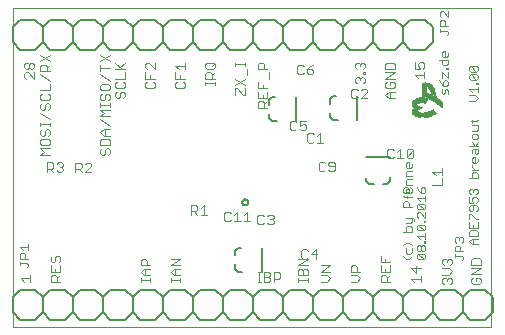
<source format=gto>
G75*
%MOIN*%
%OFA0B0*%
%FSLAX25Y25*%
%IPPOS*%
%LPD*%
%AMOC8*
5,1,8,0,0,1.08239X$1,22.5*
%
%ADD10C,0.00000*%
%ADD11C,0.00300*%
%ADD12R,0.00100X0.02100*%
%ADD13R,0.00100X0.02200*%
%ADD14R,0.00100X0.00100*%
%ADD15R,0.00100X0.02000*%
%ADD16R,0.00100X0.00300*%
%ADD17R,0.00100X0.00400*%
%ADD18R,0.00100X0.00800*%
%ADD19R,0.00100X0.00500*%
%ADD20R,0.00100X0.01300*%
%ADD21R,0.00100X0.00700*%
%ADD22R,0.00100X0.01600*%
%ADD23R,0.00100X0.00900*%
%ADD24R,0.00100X0.01900*%
%ADD25R,0.00100X0.01100*%
%ADD26R,0.00100X0.02400*%
%ADD27R,0.00100X0.01500*%
%ADD28R,0.00100X0.02600*%
%ADD29R,0.00100X0.02700*%
%ADD30R,0.00100X0.02800*%
%ADD31R,0.00100X0.02900*%
%ADD32R,0.00100X0.03000*%
%ADD33R,0.00100X0.03100*%
%ADD34R,0.00100X0.03200*%
%ADD35R,0.00100X0.01800*%
%ADD36R,0.00100X0.01700*%
%ADD37R,0.00100X0.00200*%
%ADD38R,0.00100X0.01000*%
%ADD39R,0.00100X0.01400*%
%ADD40R,0.00100X0.05100*%
%ADD41R,0.00100X0.05000*%
%ADD42R,0.00100X0.04900*%
%ADD43R,0.00100X0.04800*%
%ADD44R,0.00100X0.04700*%
%ADD45R,0.00100X0.04600*%
%ADD46R,0.00100X0.00600*%
%ADD47R,0.00100X0.01200*%
%ADD48R,0.00100X0.06000*%
%ADD49R,0.00100X0.05900*%
%ADD50R,0.00100X0.05800*%
%ADD51R,0.00100X0.05700*%
%ADD52R,0.00100X0.05600*%
%ADD53R,0.00100X0.05500*%
%ADD54R,0.00100X0.05400*%
%ADD55R,0.00100X0.02500*%
%ADD56R,0.00100X0.02300*%
%ADD57C,0.00200*%
%ADD58C,0.00500*%
%ADD59C,0.00600*%
D10*
X0001600Y0001600D02*
X0161049Y0001600D01*
X0161049Y0107899D01*
X0001600Y0107899D01*
X0001600Y0001600D01*
D11*
X0005215Y0016750D02*
X0004147Y0017818D01*
X0007350Y0017818D01*
X0007350Y0018885D02*
X0007350Y0016750D01*
X0006266Y0021450D02*
X0006750Y0021934D01*
X0006750Y0022417D01*
X0006266Y0022901D01*
X0003848Y0022901D01*
X0003848Y0022417D02*
X0003848Y0023385D01*
X0003848Y0024397D02*
X0003848Y0025848D01*
X0004331Y0026331D01*
X0005299Y0026331D01*
X0005783Y0025848D01*
X0005783Y0024397D01*
X0006750Y0024397D02*
X0003848Y0024397D01*
X0004815Y0027343D02*
X0003848Y0028311D01*
X0006750Y0028311D01*
X0006750Y0029278D02*
X0006750Y0027343D01*
X0014147Y0024797D02*
X0014147Y0023729D01*
X0014681Y0023195D01*
X0015215Y0023195D01*
X0015749Y0023729D01*
X0015749Y0024797D01*
X0016282Y0025331D01*
X0016816Y0025331D01*
X0017350Y0024797D01*
X0017350Y0023729D01*
X0016816Y0023195D01*
X0017350Y0022108D02*
X0017350Y0019973D01*
X0014147Y0019973D01*
X0014147Y0022108D01*
X0015749Y0021040D02*
X0015749Y0019973D01*
X0015749Y0018885D02*
X0014681Y0018885D01*
X0014147Y0018351D01*
X0014147Y0016750D01*
X0017350Y0016750D01*
X0016282Y0016750D02*
X0016282Y0018351D01*
X0015749Y0018885D01*
X0016282Y0017818D02*
X0017350Y0018885D01*
X0014147Y0024797D02*
X0014681Y0025331D01*
X0044147Y0023723D02*
X0044147Y0022121D01*
X0047350Y0022121D01*
X0046282Y0022121D02*
X0046282Y0023723D01*
X0045749Y0024256D01*
X0044681Y0024256D01*
X0044147Y0023723D01*
X0045215Y0021034D02*
X0044147Y0019966D01*
X0045215Y0018898D01*
X0047350Y0018898D01*
X0047350Y0017818D02*
X0047350Y0016750D01*
X0047350Y0017284D02*
X0044147Y0017284D01*
X0044147Y0016750D02*
X0044147Y0017818D01*
X0045749Y0018898D02*
X0045749Y0021034D01*
X0045215Y0021034D02*
X0047350Y0021034D01*
X0054147Y0019966D02*
X0055215Y0018898D01*
X0057350Y0018898D01*
X0057350Y0017818D02*
X0057350Y0016750D01*
X0057350Y0017284D02*
X0054147Y0017284D01*
X0054147Y0016750D02*
X0054147Y0017818D01*
X0055749Y0018898D02*
X0055749Y0021034D01*
X0055215Y0021034D02*
X0057350Y0021034D01*
X0057350Y0022121D02*
X0054147Y0022121D01*
X0057350Y0024256D01*
X0054147Y0024256D01*
X0055215Y0021034D02*
X0054147Y0019966D01*
X0072113Y0037329D02*
X0072647Y0036795D01*
X0073714Y0036795D01*
X0074248Y0037329D01*
X0075336Y0036795D02*
X0077471Y0036795D01*
X0076403Y0036795D02*
X0076403Y0039998D01*
X0075336Y0038930D01*
X0074248Y0039464D02*
X0073714Y0039998D01*
X0072647Y0039998D01*
X0072113Y0039464D01*
X0072113Y0037329D01*
X0066262Y0039050D02*
X0064127Y0039050D01*
X0065195Y0039050D02*
X0065195Y0042253D01*
X0064127Y0041185D01*
X0063040Y0040651D02*
X0062506Y0040118D01*
X0060905Y0040118D01*
X0061972Y0040118D02*
X0063040Y0039050D01*
X0063040Y0040651D02*
X0063040Y0041719D01*
X0062506Y0042253D01*
X0060905Y0042253D01*
X0060905Y0039050D01*
X0078558Y0038930D02*
X0079626Y0039998D01*
X0079626Y0036795D01*
X0078558Y0036795D02*
X0080694Y0036795D01*
X0083105Y0036434D02*
X0083105Y0038569D01*
X0083638Y0039103D01*
X0084706Y0039103D01*
X0085240Y0038569D01*
X0086327Y0038569D02*
X0086861Y0039103D01*
X0087929Y0039103D01*
X0088462Y0038569D01*
X0088462Y0038035D01*
X0087929Y0037501D01*
X0088462Y0036968D01*
X0088462Y0036434D01*
X0087929Y0035900D01*
X0086861Y0035900D01*
X0086327Y0036434D01*
X0085240Y0036434D02*
X0084706Y0035900D01*
X0083638Y0035900D01*
X0083105Y0036434D01*
X0087395Y0037501D02*
X0087929Y0037501D01*
X0098284Y0027603D02*
X0097750Y0027069D01*
X0097750Y0024934D01*
X0098284Y0024400D01*
X0099351Y0024400D01*
X0099885Y0024934D01*
X0099850Y0024256D02*
X0096647Y0024256D01*
X0096647Y0022121D02*
X0099850Y0024256D01*
X0100973Y0026001D02*
X0103108Y0026001D01*
X0102574Y0024400D02*
X0102574Y0027603D01*
X0100973Y0026001D01*
X0099885Y0027069D02*
X0099351Y0027603D01*
X0098284Y0027603D01*
X0099850Y0022121D02*
X0096647Y0022121D01*
X0097181Y0021034D02*
X0097715Y0021034D01*
X0098249Y0020500D01*
X0098249Y0018898D01*
X0099850Y0018898D02*
X0099850Y0020500D01*
X0099316Y0021034D01*
X0098782Y0021034D01*
X0098249Y0020500D01*
X0097181Y0021034D02*
X0096647Y0020500D01*
X0096647Y0018898D01*
X0099850Y0018898D01*
X0099850Y0017818D02*
X0099850Y0016750D01*
X0099850Y0017284D02*
X0096647Y0017284D01*
X0096647Y0016750D02*
X0096647Y0017818D01*
X0090662Y0018251D02*
X0090129Y0017718D01*
X0088527Y0017718D01*
X0088527Y0016650D02*
X0088527Y0019853D01*
X0090129Y0019853D01*
X0090662Y0019319D01*
X0090662Y0018251D01*
X0087440Y0017718D02*
X0087440Y0017184D01*
X0086906Y0016650D01*
X0085304Y0016650D01*
X0085304Y0019853D01*
X0086906Y0019853D01*
X0087440Y0019319D01*
X0087440Y0018785D01*
X0086906Y0018251D01*
X0085304Y0018251D01*
X0086906Y0018251D02*
X0087440Y0017718D01*
X0084224Y0016650D02*
X0083156Y0016650D01*
X0083690Y0016650D02*
X0083690Y0019853D01*
X0083156Y0019853D02*
X0084224Y0019853D01*
X0104147Y0019973D02*
X0107350Y0022108D01*
X0104147Y0022108D01*
X0104147Y0019973D02*
X0107350Y0019973D01*
X0106282Y0018885D02*
X0104147Y0018885D01*
X0106282Y0018885D02*
X0107350Y0017818D01*
X0106282Y0016750D01*
X0104147Y0016750D01*
X0114147Y0016750D02*
X0116282Y0016750D01*
X0117350Y0017818D01*
X0116282Y0018885D01*
X0114147Y0018885D01*
X0114147Y0019973D02*
X0114147Y0021574D01*
X0114681Y0022108D01*
X0115749Y0022108D01*
X0116282Y0021574D01*
X0116282Y0019973D01*
X0117350Y0019973D02*
X0114147Y0019973D01*
X0124147Y0019973D02*
X0127350Y0019973D01*
X0127350Y0022108D01*
X0127350Y0023195D02*
X0124147Y0023195D01*
X0124147Y0025331D01*
X0125749Y0024263D02*
X0125749Y0023195D01*
X0124147Y0022108D02*
X0124147Y0019973D01*
X0124681Y0018885D02*
X0125749Y0018885D01*
X0126282Y0018351D01*
X0126282Y0016750D01*
X0126282Y0017818D02*
X0127350Y0018885D01*
X0125749Y0019973D02*
X0125749Y0021040D01*
X0124681Y0018885D02*
X0124147Y0018351D01*
X0124147Y0016750D01*
X0127350Y0016750D01*
X0134347Y0017518D02*
X0137550Y0017518D01*
X0137550Y0018585D02*
X0137550Y0016450D01*
X0135415Y0016450D02*
X0134347Y0017518D01*
X0135949Y0019673D02*
X0135949Y0021808D01*
X0137550Y0021274D02*
X0134347Y0021274D01*
X0135949Y0019673D01*
X0144747Y0019073D02*
X0146882Y0019073D01*
X0147950Y0020140D01*
X0146882Y0021208D01*
X0144747Y0021208D01*
X0145281Y0022295D02*
X0144747Y0022829D01*
X0144747Y0023897D01*
X0145281Y0024431D01*
X0145815Y0024431D01*
X0146349Y0023897D01*
X0146882Y0024431D01*
X0147416Y0024431D01*
X0147950Y0023897D01*
X0147950Y0022829D01*
X0147416Y0022295D01*
X0146349Y0023363D02*
X0146349Y0023897D01*
X0148848Y0024817D02*
X0148848Y0025785D01*
X0148848Y0025301D02*
X0151266Y0025301D01*
X0151750Y0024817D01*
X0151750Y0024334D01*
X0151266Y0023850D01*
X0150783Y0026797D02*
X0150783Y0028248D01*
X0150299Y0028731D01*
X0149331Y0028731D01*
X0148848Y0028248D01*
X0148848Y0026797D01*
X0151750Y0026797D01*
X0151266Y0029743D02*
X0151750Y0030227D01*
X0151750Y0031194D01*
X0151266Y0031678D01*
X0150783Y0031678D01*
X0150299Y0031194D01*
X0150299Y0030711D01*
X0150299Y0031194D02*
X0149815Y0031678D01*
X0149331Y0031678D01*
X0148848Y0031194D01*
X0148848Y0030227D01*
X0149331Y0029743D01*
X0154881Y0024531D02*
X0154347Y0023997D01*
X0154347Y0022395D01*
X0157550Y0022395D01*
X0157550Y0023997D01*
X0157016Y0024531D01*
X0154881Y0024531D01*
X0154347Y0021308D02*
X0157550Y0021308D01*
X0154347Y0019173D01*
X0157550Y0019173D01*
X0157016Y0018085D02*
X0155949Y0018085D01*
X0155949Y0017018D01*
X0157016Y0018085D02*
X0157550Y0017551D01*
X0157550Y0016484D01*
X0157016Y0015950D01*
X0154881Y0015950D01*
X0154347Y0016484D01*
X0154347Y0017551D01*
X0154881Y0018085D01*
X0147950Y0017451D02*
X0147950Y0016384D01*
X0147416Y0015850D01*
X0146349Y0016918D02*
X0146349Y0017451D01*
X0146882Y0017985D01*
X0147416Y0017985D01*
X0147950Y0017451D01*
X0146349Y0017451D02*
X0145815Y0017985D01*
X0145281Y0017985D01*
X0144747Y0017451D01*
X0144747Y0016384D01*
X0145281Y0015850D01*
X0144600Y0049105D02*
X0141397Y0049105D01*
X0144600Y0049105D02*
X0144600Y0051240D01*
X0144600Y0052327D02*
X0144600Y0054462D01*
X0144600Y0053395D02*
X0141397Y0053395D01*
X0142465Y0052327D01*
X0134997Y0058384D02*
X0134463Y0057850D01*
X0133395Y0057850D01*
X0132861Y0058384D01*
X0134997Y0060519D01*
X0134997Y0058384D01*
X0134997Y0060519D02*
X0134463Y0061053D01*
X0133395Y0061053D01*
X0132861Y0060519D01*
X0132861Y0058384D01*
X0131774Y0057850D02*
X0129639Y0057850D01*
X0130706Y0057850D02*
X0130706Y0061053D01*
X0129639Y0059985D01*
X0128551Y0060519D02*
X0128017Y0061053D01*
X0126950Y0061053D01*
X0126416Y0060519D01*
X0126416Y0058384D01*
X0126950Y0057850D01*
X0128017Y0057850D01*
X0128551Y0058384D01*
X0108885Y0056219D02*
X0108885Y0054084D01*
X0108351Y0053550D01*
X0107284Y0053550D01*
X0106750Y0054084D01*
X0105662Y0054084D02*
X0105129Y0053550D01*
X0104061Y0053550D01*
X0103527Y0054084D01*
X0103527Y0056219D01*
X0104061Y0056753D01*
X0105129Y0056753D01*
X0105662Y0056219D01*
X0106750Y0056219D02*
X0107284Y0056753D01*
X0108351Y0056753D01*
X0108885Y0056219D01*
X0108885Y0055151D02*
X0107284Y0055151D01*
X0106750Y0055685D01*
X0106750Y0056219D01*
X0105085Y0063105D02*
X0102950Y0063105D01*
X0104018Y0063105D02*
X0104018Y0066308D01*
X0102950Y0065240D01*
X0101862Y0065774D02*
X0101329Y0066308D01*
X0100261Y0066308D01*
X0099727Y0065774D01*
X0099727Y0063639D01*
X0100261Y0063105D01*
X0101329Y0063105D01*
X0101862Y0063639D01*
X0098806Y0067113D02*
X0097738Y0067113D01*
X0097204Y0067647D01*
X0097204Y0068714D02*
X0098272Y0069248D01*
X0098806Y0069248D01*
X0099340Y0068714D01*
X0099340Y0067647D01*
X0098806Y0067113D01*
X0097204Y0068714D02*
X0097204Y0070316D01*
X0099340Y0070316D01*
X0096117Y0069782D02*
X0095583Y0070316D01*
X0094515Y0070316D01*
X0093982Y0069782D01*
X0093982Y0067647D01*
X0094515Y0067113D01*
X0095583Y0067113D01*
X0096117Y0067647D01*
X0086450Y0074736D02*
X0083247Y0074736D01*
X0083247Y0076338D01*
X0083781Y0076871D01*
X0084849Y0076871D01*
X0085382Y0076338D01*
X0085382Y0074736D01*
X0085382Y0075804D02*
X0086450Y0076871D01*
X0086450Y0077959D02*
X0083247Y0077959D01*
X0083247Y0080094D01*
X0083247Y0081182D02*
X0083247Y0083317D01*
X0084849Y0082249D02*
X0084849Y0081182D01*
X0086450Y0081182D02*
X0083247Y0081182D01*
X0086450Y0080094D02*
X0086450Y0077959D01*
X0084849Y0077959D02*
X0084849Y0079027D01*
X0078950Y0079033D02*
X0078950Y0081168D01*
X0078950Y0082256D02*
X0075747Y0084391D01*
X0075747Y0082256D02*
X0078950Y0084391D01*
X0079484Y0085479D02*
X0079484Y0087614D01*
X0078950Y0088701D02*
X0078950Y0089769D01*
X0078950Y0089235D02*
X0075747Y0089235D01*
X0075747Y0088701D02*
X0075747Y0089769D01*
X0068950Y0089762D02*
X0067882Y0088695D01*
X0068416Y0089762D02*
X0068950Y0089229D01*
X0068950Y0088161D01*
X0068416Y0087627D01*
X0066281Y0087627D01*
X0065747Y0088161D01*
X0065747Y0089229D01*
X0066281Y0089762D01*
X0068416Y0089762D01*
X0068950Y0086540D02*
X0067882Y0085472D01*
X0067882Y0086006D02*
X0067882Y0084404D01*
X0068950Y0084404D02*
X0065747Y0084404D01*
X0065747Y0086006D01*
X0066281Y0086540D01*
X0067349Y0086540D01*
X0067882Y0086006D01*
X0068950Y0083324D02*
X0068950Y0082256D01*
X0068950Y0082790D02*
X0065747Y0082790D01*
X0065747Y0082256D02*
X0065747Y0083324D01*
X0058950Y0082783D02*
X0058950Y0081716D01*
X0058416Y0081182D01*
X0056281Y0081182D01*
X0055747Y0081716D01*
X0055747Y0082783D01*
X0056281Y0083317D01*
X0055747Y0084404D02*
X0055747Y0086540D01*
X0056815Y0087627D02*
X0055747Y0088695D01*
X0058950Y0088695D01*
X0058950Y0089762D02*
X0058950Y0087627D01*
X0057349Y0085472D02*
X0057349Y0084404D01*
X0058416Y0083317D02*
X0058950Y0082783D01*
X0058950Y0084404D02*
X0055747Y0084404D01*
X0048950Y0084404D02*
X0045747Y0084404D01*
X0045747Y0086540D01*
X0046281Y0087627D02*
X0045747Y0088161D01*
X0045747Y0089229D01*
X0046281Y0089762D01*
X0046815Y0089762D01*
X0048950Y0087627D01*
X0048950Y0089762D01*
X0047349Y0085472D02*
X0047349Y0084404D01*
X0048416Y0083317D02*
X0048950Y0082783D01*
X0048950Y0081716D01*
X0048416Y0081182D01*
X0046281Y0081182D01*
X0045747Y0081716D01*
X0045747Y0082783D01*
X0046281Y0083317D01*
X0038950Y0082783D02*
X0038950Y0081716D01*
X0038416Y0081182D01*
X0036281Y0081182D01*
X0035747Y0081716D01*
X0035747Y0082783D01*
X0036281Y0083317D01*
X0035747Y0084404D02*
X0038950Y0084404D01*
X0038950Y0086540D01*
X0038950Y0087627D02*
X0035747Y0087627D01*
X0037349Y0088161D02*
X0038950Y0089762D01*
X0037882Y0087627D02*
X0035747Y0089762D01*
X0033950Y0090127D02*
X0030747Y0092262D01*
X0030747Y0090127D02*
X0033950Y0092262D01*
X0030747Y0089040D02*
X0030747Y0086904D01*
X0030747Y0087972D02*
X0033950Y0087972D01*
X0030747Y0085817D02*
X0033950Y0083682D01*
X0033416Y0082594D02*
X0031281Y0082594D01*
X0030747Y0082060D01*
X0030747Y0080993D01*
X0031281Y0080459D01*
X0033416Y0080459D01*
X0033950Y0080993D01*
X0033950Y0082060D01*
X0033416Y0082594D01*
X0033416Y0079371D02*
X0033950Y0078838D01*
X0033950Y0077770D01*
X0033416Y0077236D01*
X0032349Y0077770D02*
X0032349Y0078838D01*
X0032882Y0079371D01*
X0033416Y0079371D01*
X0031281Y0079371D02*
X0030747Y0078838D01*
X0030747Y0077770D01*
X0031281Y0077236D01*
X0031815Y0077236D01*
X0032349Y0077770D01*
X0033950Y0076155D02*
X0033950Y0075088D01*
X0033950Y0075621D02*
X0030747Y0075621D01*
X0030747Y0075088D02*
X0030747Y0076155D01*
X0030747Y0074000D02*
X0033950Y0074000D01*
X0031815Y0072933D02*
X0030747Y0074000D01*
X0031815Y0072933D02*
X0030747Y0071865D01*
X0033950Y0071865D01*
X0033950Y0068642D02*
X0030747Y0070777D01*
X0031815Y0067555D02*
X0033950Y0067555D01*
X0032349Y0067555D02*
X0032349Y0065419D01*
X0031815Y0065419D02*
X0030747Y0066487D01*
X0031815Y0067555D01*
X0031815Y0065419D02*
X0033950Y0065419D01*
X0033416Y0064332D02*
X0031281Y0064332D01*
X0030747Y0063798D01*
X0030747Y0062197D01*
X0033950Y0062197D01*
X0033950Y0063798D01*
X0033416Y0064332D01*
X0033416Y0061109D02*
X0033950Y0060575D01*
X0033950Y0059508D01*
X0033416Y0058974D01*
X0032349Y0059508D02*
X0032349Y0060575D01*
X0032882Y0061109D01*
X0033416Y0061109D01*
X0032349Y0059508D02*
X0031815Y0058974D01*
X0031281Y0058974D01*
X0030747Y0059508D01*
X0030747Y0060575D01*
X0031281Y0061109D01*
X0027229Y0056403D02*
X0026161Y0056403D01*
X0025627Y0055869D01*
X0024540Y0055869D02*
X0024540Y0054801D01*
X0024006Y0054268D01*
X0022405Y0054268D01*
X0023472Y0054268D02*
X0024540Y0053200D01*
X0025627Y0053200D02*
X0027762Y0055335D01*
X0027762Y0055869D01*
X0027229Y0056403D01*
X0024540Y0055869D02*
X0024006Y0056403D01*
X0022405Y0056403D01*
X0022405Y0053200D01*
X0025627Y0053200D02*
X0027762Y0053200D01*
X0018262Y0053834D02*
X0017729Y0053300D01*
X0016661Y0053300D01*
X0016127Y0053834D01*
X0015040Y0053300D02*
X0013972Y0054368D01*
X0014506Y0054368D02*
X0012905Y0054368D01*
X0012905Y0053300D02*
X0012905Y0056503D01*
X0014506Y0056503D01*
X0015040Y0055969D01*
X0015040Y0054901D01*
X0014506Y0054368D01*
X0016127Y0055969D02*
X0016661Y0056503D01*
X0017729Y0056503D01*
X0018262Y0055969D01*
X0018262Y0055435D01*
X0017729Y0054901D01*
X0018262Y0054368D01*
X0018262Y0053834D01*
X0017729Y0054901D02*
X0017195Y0054901D01*
X0013950Y0058974D02*
X0010747Y0058974D01*
X0011815Y0060042D01*
X0010747Y0061109D01*
X0013950Y0061109D01*
X0013416Y0062197D02*
X0013950Y0062730D01*
X0013950Y0063798D01*
X0013416Y0064332D01*
X0011281Y0064332D01*
X0010747Y0063798D01*
X0010747Y0062730D01*
X0011281Y0062197D01*
X0013416Y0062197D01*
X0013416Y0065419D02*
X0013950Y0065953D01*
X0013950Y0067021D01*
X0013416Y0067555D01*
X0012882Y0067555D01*
X0012349Y0067021D01*
X0012349Y0065953D01*
X0011815Y0065419D01*
X0011281Y0065419D01*
X0010747Y0065953D01*
X0010747Y0067021D01*
X0011281Y0067555D01*
X0010747Y0068642D02*
X0010747Y0069710D01*
X0010747Y0069176D02*
X0013950Y0069176D01*
X0013950Y0068642D02*
X0013950Y0069710D01*
X0013950Y0070791D02*
X0010747Y0072926D01*
X0011281Y0074013D02*
X0011815Y0074013D01*
X0012349Y0074547D01*
X0012349Y0075615D01*
X0012882Y0076149D01*
X0013416Y0076149D01*
X0013950Y0075615D01*
X0013950Y0074547D01*
X0013416Y0074013D01*
X0011281Y0074013D02*
X0010747Y0074547D01*
X0010747Y0075615D01*
X0011281Y0076149D01*
X0011281Y0077236D02*
X0013416Y0077236D01*
X0013950Y0077770D01*
X0013950Y0078838D01*
X0013416Y0079371D01*
X0013950Y0080459D02*
X0010747Y0080459D01*
X0011281Y0079371D02*
X0010747Y0078838D01*
X0010747Y0077770D01*
X0011281Y0077236D01*
X0013950Y0080459D02*
X0013950Y0082594D01*
X0013950Y0083682D02*
X0010747Y0085817D01*
X0010747Y0086904D02*
X0010747Y0088506D01*
X0011281Y0089040D01*
X0012349Y0089040D01*
X0012882Y0088506D01*
X0012882Y0086904D01*
X0013950Y0086904D02*
X0010747Y0086904D01*
X0008650Y0086540D02*
X0008650Y0084405D01*
X0006515Y0086540D01*
X0005981Y0086540D01*
X0005447Y0086006D01*
X0005447Y0084938D01*
X0005981Y0084405D01*
X0005981Y0087627D02*
X0005447Y0088161D01*
X0005447Y0089229D01*
X0005981Y0089762D01*
X0006515Y0089762D01*
X0007049Y0089229D01*
X0007049Y0088161D01*
X0006515Y0087627D01*
X0005981Y0087627D01*
X0007049Y0088161D02*
X0007582Y0087627D01*
X0008116Y0087627D01*
X0008650Y0088161D01*
X0008650Y0089229D01*
X0008116Y0089762D01*
X0007582Y0089762D01*
X0007049Y0089229D01*
X0010747Y0090127D02*
X0013950Y0092262D01*
X0013950Y0090127D02*
X0010747Y0092262D01*
X0013950Y0089040D02*
X0012882Y0087972D01*
X0035747Y0079560D02*
X0035747Y0078493D01*
X0036281Y0077959D01*
X0036815Y0077959D01*
X0037349Y0078493D01*
X0037349Y0079560D01*
X0037882Y0080094D01*
X0038416Y0080094D01*
X0038950Y0079560D01*
X0038950Y0078493D01*
X0038416Y0077959D01*
X0036281Y0080094D02*
X0035747Y0079560D01*
X0038950Y0082783D02*
X0038416Y0083317D01*
X0075747Y0081168D02*
X0075747Y0079033D01*
X0076281Y0081168D02*
X0078416Y0079033D01*
X0078950Y0079033D01*
X0076281Y0081168D02*
X0075747Y0081168D01*
X0083247Y0087627D02*
X0083247Y0089229D01*
X0083781Y0089762D01*
X0084849Y0089762D01*
X0085382Y0089229D01*
X0085382Y0087627D01*
X0086450Y0087627D02*
X0083247Y0087627D01*
X0086984Y0086540D02*
X0086984Y0084404D01*
X0096427Y0086384D02*
X0096961Y0085850D01*
X0098029Y0085850D01*
X0098562Y0086384D01*
X0099650Y0086384D02*
X0100184Y0085850D01*
X0101251Y0085850D01*
X0101785Y0086384D01*
X0101785Y0086918D01*
X0101251Y0087451D01*
X0099650Y0087451D01*
X0099650Y0086384D01*
X0099650Y0087451D02*
X0100718Y0088519D01*
X0101785Y0089053D01*
X0098562Y0088519D02*
X0098029Y0089053D01*
X0096961Y0089053D01*
X0096427Y0088519D01*
X0096427Y0086384D01*
X0114427Y0080519D02*
X0114427Y0078384D01*
X0114961Y0077850D01*
X0116029Y0077850D01*
X0116562Y0078384D01*
X0117650Y0077850D02*
X0119785Y0079985D01*
X0119785Y0080519D01*
X0119251Y0081053D01*
X0118184Y0081053D01*
X0117650Y0080519D01*
X0116562Y0080519D02*
X0116029Y0081053D01*
X0114961Y0081053D01*
X0114427Y0080519D01*
X0116281Y0082793D02*
X0115747Y0083327D01*
X0115747Y0084394D01*
X0116281Y0084928D01*
X0116815Y0084928D01*
X0117349Y0084394D01*
X0117882Y0084928D01*
X0118416Y0084928D01*
X0118950Y0084394D01*
X0118950Y0083327D01*
X0118416Y0082793D01*
X0117349Y0083861D02*
X0117349Y0084394D01*
X0118416Y0086016D02*
X0118416Y0086550D01*
X0118950Y0086550D01*
X0118950Y0086016D01*
X0118416Y0086016D01*
X0118416Y0087627D02*
X0118950Y0088161D01*
X0118950Y0089229D01*
X0118416Y0089762D01*
X0117882Y0089762D01*
X0117349Y0089229D01*
X0117349Y0088695D01*
X0117349Y0089229D02*
X0116815Y0089762D01*
X0116281Y0089762D01*
X0115747Y0089229D01*
X0115747Y0088161D01*
X0116281Y0087627D01*
X0125747Y0087627D02*
X0125747Y0089229D01*
X0126281Y0089762D01*
X0128416Y0089762D01*
X0128950Y0089229D01*
X0128950Y0087627D01*
X0125747Y0087627D01*
X0125747Y0086540D02*
X0128950Y0086540D01*
X0125747Y0084404D01*
X0128950Y0084404D01*
X0128416Y0083317D02*
X0128950Y0082783D01*
X0128950Y0081716D01*
X0128416Y0081182D01*
X0126281Y0081182D01*
X0125747Y0081716D01*
X0125747Y0082783D01*
X0126281Y0083317D01*
X0127349Y0083317D02*
X0127349Y0082249D01*
X0127349Y0083317D02*
X0128416Y0083317D01*
X0128950Y0080094D02*
X0126815Y0080094D01*
X0125747Y0079027D01*
X0126815Y0077959D01*
X0128950Y0077959D01*
X0127349Y0077959D02*
X0127349Y0080094D01*
X0119785Y0077850D02*
X0117650Y0077850D01*
X0135547Y0085572D02*
X0138750Y0085572D01*
X0138750Y0084505D02*
X0138750Y0086640D01*
X0138216Y0087727D02*
X0138750Y0088261D01*
X0138750Y0089329D01*
X0138216Y0089862D01*
X0137149Y0089862D01*
X0136615Y0089329D01*
X0136615Y0088795D01*
X0137149Y0087727D01*
X0135547Y0087727D01*
X0135547Y0089862D01*
X0135547Y0085572D02*
X0136615Y0084505D01*
X0146266Y0098950D02*
X0146750Y0099434D01*
X0146750Y0099917D01*
X0146266Y0100401D01*
X0143848Y0100401D01*
X0143848Y0099917D02*
X0143848Y0100885D01*
X0143848Y0101897D02*
X0143848Y0103348D01*
X0144331Y0103831D01*
X0145299Y0103831D01*
X0145783Y0103348D01*
X0145783Y0101897D01*
X0146750Y0101897D02*
X0143848Y0101897D01*
X0144331Y0104843D02*
X0143848Y0105327D01*
X0143848Y0106294D01*
X0144331Y0106778D01*
X0144815Y0106778D01*
X0146750Y0104843D01*
X0146750Y0106778D01*
D12*
X0140950Y0081510D03*
X0142650Y0077310D03*
X0142950Y0077110D03*
X0143050Y0077010D03*
X0143250Y0076910D03*
X0143750Y0076510D03*
X0144150Y0076210D03*
X0144250Y0076110D03*
X0144350Y0076010D03*
X0144450Y0075910D03*
X0144550Y0075810D03*
X0144650Y0075710D03*
X0144750Y0075610D03*
X0144850Y0075510D03*
X0136450Y0074710D03*
D13*
X0135350Y0073360D03*
X0135350Y0076060D03*
X0142350Y0079760D03*
X0143150Y0076960D03*
X0143350Y0076860D03*
X0143450Y0076760D03*
X0143550Y0076660D03*
X0143650Y0076560D03*
X0143850Y0076460D03*
X0143950Y0076360D03*
X0144050Y0076260D03*
D14*
X0142850Y0072710D03*
X0138150Y0074610D03*
D15*
X0136550Y0074660D03*
X0135250Y0073360D03*
X0135150Y0073360D03*
X0135150Y0076060D03*
X0135250Y0076060D03*
X0136550Y0076860D03*
X0140950Y0078260D03*
X0141150Y0078160D03*
X0141350Y0078060D03*
X0141550Y0077960D03*
X0141750Y0077860D03*
X0141850Y0077760D03*
X0141950Y0077760D03*
X0142050Y0077660D03*
X0142150Y0077560D03*
X0142250Y0077560D03*
X0142350Y0077460D03*
X0142450Y0077460D03*
X0142550Y0077360D03*
X0142750Y0077260D03*
X0142850Y0077160D03*
X0141850Y0073160D03*
X0141750Y0073060D03*
X0141550Y0072960D03*
X0140850Y0081660D03*
D16*
X0142850Y0078410D03*
X0138050Y0074610D03*
X0137950Y0074610D03*
D17*
X0139950Y0077360D03*
X0142750Y0072760D03*
D18*
X0139850Y0077260D03*
X0142750Y0078760D03*
X0137550Y0074660D03*
D19*
X0137850Y0074610D03*
X0142650Y0072810D03*
D20*
X0142250Y0073010D03*
X0137150Y0074610D03*
X0142650Y0079110D03*
D21*
X0137650Y0074610D03*
X0142550Y0072810D03*
D22*
X0142050Y0073060D03*
X0140150Y0072360D03*
X0139650Y0072260D03*
X0139550Y0072260D03*
X0139450Y0072260D03*
X0139350Y0072260D03*
X0138950Y0072160D03*
X0138850Y0072160D03*
X0138750Y0072160D03*
X0138650Y0072160D03*
X0138550Y0072160D03*
X0138450Y0072160D03*
X0138350Y0072160D03*
X0138250Y0072160D03*
X0138150Y0072160D03*
X0138050Y0072160D03*
X0137950Y0072160D03*
X0137850Y0072160D03*
X0137750Y0072160D03*
X0136950Y0074660D03*
X0136850Y0074660D03*
X0139550Y0076960D03*
X0142550Y0079360D03*
X0140350Y0082060D03*
X0140250Y0082060D03*
X0139650Y0082160D03*
D23*
X0137450Y0074610D03*
X0142450Y0072910D03*
D24*
X0141950Y0073110D03*
X0141650Y0073010D03*
X0141450Y0072910D03*
X0141350Y0072810D03*
X0141150Y0072710D03*
X0140950Y0072610D03*
X0136750Y0072510D03*
X0136650Y0072510D03*
X0136550Y0072610D03*
X0136450Y0072610D03*
X0136450Y0076810D03*
X0136650Y0076910D03*
X0136750Y0076910D03*
X0136850Y0077010D03*
X0136950Y0077010D03*
X0137250Y0077110D03*
X0139450Y0076910D03*
X0140250Y0078510D03*
X0140350Y0078510D03*
X0140550Y0078410D03*
X0140650Y0078410D03*
X0140750Y0078310D03*
X0140850Y0078310D03*
X0141050Y0078210D03*
X0141250Y0078110D03*
X0141450Y0078010D03*
X0141650Y0077910D03*
X0142450Y0079610D03*
X0140750Y0081710D03*
D25*
X0142350Y0072910D03*
D26*
X0135450Y0076060D03*
X0142250Y0079960D03*
X0141050Y0081360D03*
D27*
X0140150Y0082110D03*
X0140050Y0082110D03*
X0139950Y0082110D03*
X0139850Y0082110D03*
X0139750Y0082110D03*
X0142150Y0073010D03*
D28*
X0135650Y0073360D03*
X0135650Y0076060D03*
X0142150Y0080060D03*
D29*
X0142050Y0080210D03*
X0141150Y0081110D03*
D30*
X0141950Y0080260D03*
D31*
X0141850Y0080410D03*
D32*
X0141750Y0080460D03*
D33*
X0141650Y0080510D03*
X0141550Y0080610D03*
D34*
X0141450Y0080660D03*
X0141350Y0080760D03*
X0141250Y0080760D03*
D35*
X0140650Y0081860D03*
X0139850Y0078660D03*
X0139750Y0078660D03*
X0140050Y0078560D03*
X0140150Y0078560D03*
X0140450Y0078460D03*
X0139350Y0076960D03*
X0139250Y0076960D03*
X0139150Y0077060D03*
X0139050Y0077060D03*
X0138950Y0077060D03*
X0138750Y0077160D03*
X0138650Y0077160D03*
X0138550Y0077160D03*
X0137650Y0077160D03*
X0137550Y0077160D03*
X0137450Y0077160D03*
X0137350Y0077160D03*
X0137150Y0077060D03*
X0137050Y0077060D03*
X0135050Y0076060D03*
X0136650Y0074660D03*
X0136750Y0074660D03*
X0135050Y0073360D03*
X0136850Y0072460D03*
X0136950Y0072460D03*
X0137050Y0072360D03*
X0137150Y0072360D03*
X0140450Y0072460D03*
X0140550Y0072460D03*
X0140650Y0072560D03*
X0140750Y0072560D03*
X0140850Y0072560D03*
X0141050Y0072660D03*
X0141250Y0072760D03*
D36*
X0140350Y0072410D03*
X0140250Y0072410D03*
X0140050Y0072310D03*
X0139950Y0072310D03*
X0139850Y0072310D03*
X0139750Y0072310D03*
X0139250Y0072210D03*
X0139150Y0072210D03*
X0139050Y0072210D03*
X0137650Y0072210D03*
X0137550Y0072210D03*
X0137450Y0072310D03*
X0137350Y0072310D03*
X0137250Y0072310D03*
X0137750Y0077210D03*
X0137850Y0077210D03*
X0137950Y0077210D03*
X0138050Y0077210D03*
X0138150Y0077210D03*
X0138250Y0077210D03*
X0138350Y0077210D03*
X0138450Y0077210D03*
X0138850Y0077110D03*
X0139650Y0078710D03*
X0139950Y0078610D03*
X0140550Y0081910D03*
X0140450Y0082010D03*
D37*
X0140050Y0077460D03*
D38*
X0139750Y0077160D03*
X0137350Y0074660D03*
D39*
X0137050Y0074660D03*
X0139650Y0077060D03*
D40*
X0139550Y0080410D03*
D41*
X0139450Y0080460D03*
X0139350Y0080460D03*
X0139250Y0080460D03*
D42*
X0139150Y0080510D03*
X0139050Y0080510D03*
X0138950Y0080510D03*
X0138850Y0080510D03*
D43*
X0138750Y0080560D03*
X0138650Y0080560D03*
D44*
X0138550Y0080510D03*
X0138450Y0080510D03*
D45*
X0138350Y0080560D03*
X0138250Y0080560D03*
D46*
X0137750Y0074660D03*
D47*
X0137250Y0074660D03*
D48*
X0136350Y0074760D03*
D49*
X0136250Y0074710D03*
D50*
X0136150Y0074760D03*
D51*
X0136050Y0074710D03*
D52*
X0135950Y0074760D03*
D53*
X0135850Y0074710D03*
D54*
X0135750Y0074760D03*
D55*
X0135550Y0076010D03*
X0135550Y0073410D03*
D56*
X0135450Y0073410D03*
D57*
X0144632Y0079667D02*
X0144632Y0081068D01*
X0145099Y0081962D02*
X0144165Y0082896D01*
X0143698Y0083831D01*
X0144632Y0084725D02*
X0144632Y0086593D01*
X0146500Y0084725D01*
X0146500Y0086593D01*
X0146500Y0087487D02*
X0146033Y0087487D01*
X0146033Y0087954D01*
X0146500Y0087954D01*
X0146500Y0087487D01*
X0146033Y0088868D02*
X0145099Y0088868D01*
X0144632Y0089335D01*
X0144632Y0090736D01*
X0143698Y0090736D02*
X0146500Y0090736D01*
X0146500Y0089335D01*
X0146033Y0088868D01*
X0146033Y0091631D02*
X0145099Y0091631D01*
X0144632Y0092098D01*
X0144632Y0093032D01*
X0145099Y0093499D01*
X0145566Y0093499D01*
X0145566Y0091631D01*
X0146033Y0091631D02*
X0146500Y0092098D01*
X0146500Y0093032D01*
X0153698Y0088150D02*
X0154165Y0088617D01*
X0156033Y0086749D01*
X0156500Y0087216D01*
X0156500Y0088150D01*
X0156033Y0088617D01*
X0154165Y0088617D01*
X0153698Y0088150D02*
X0153698Y0087216D01*
X0154165Y0086749D01*
X0156033Y0086749D01*
X0156033Y0085855D02*
X0156500Y0085388D01*
X0156500Y0084454D01*
X0156033Y0083987D01*
X0154165Y0085855D01*
X0156033Y0085855D01*
X0154165Y0085855D02*
X0153698Y0085388D01*
X0153698Y0084454D01*
X0154165Y0083987D01*
X0156033Y0083987D01*
X0156033Y0083073D02*
X0156500Y0083073D01*
X0156500Y0082605D01*
X0156033Y0082605D01*
X0156033Y0083073D01*
X0156500Y0081711D02*
X0156500Y0079843D01*
X0156500Y0080777D02*
X0153698Y0080777D01*
X0154632Y0079843D01*
X0155566Y0078949D02*
X0153698Y0078949D01*
X0155566Y0078949D02*
X0156500Y0078015D01*
X0155566Y0077081D01*
X0153698Y0077081D01*
X0146500Y0079200D02*
X0146500Y0080601D01*
X0146033Y0081068D01*
X0145566Y0080601D01*
X0145566Y0079667D01*
X0145099Y0079200D01*
X0144632Y0079667D01*
X0145099Y0081962D02*
X0145099Y0083364D01*
X0145566Y0083831D01*
X0146033Y0083831D01*
X0146500Y0083364D01*
X0146500Y0082429D01*
X0146033Y0081962D01*
X0145099Y0081962D01*
X0154632Y0070649D02*
X0154632Y0069714D01*
X0154165Y0070182D02*
X0156033Y0070182D01*
X0156500Y0070649D01*
X0156500Y0068820D02*
X0154632Y0068820D01*
X0156500Y0068820D02*
X0156500Y0067419D01*
X0156033Y0066952D01*
X0154632Y0066952D01*
X0155099Y0066058D02*
X0154632Y0065591D01*
X0154632Y0064657D01*
X0155099Y0064190D01*
X0156033Y0064190D01*
X0156500Y0064657D01*
X0156500Y0065591D01*
X0156033Y0066058D01*
X0155099Y0066058D01*
X0154632Y0063289D02*
X0155566Y0061888D01*
X0156500Y0063289D01*
X0156500Y0061888D02*
X0153698Y0061888D01*
X0154632Y0060527D02*
X0155099Y0060994D01*
X0156500Y0060994D01*
X0156500Y0059593D01*
X0156033Y0059125D01*
X0155566Y0059593D01*
X0155566Y0060994D01*
X0154632Y0060527D02*
X0154632Y0059593D01*
X0155099Y0058231D02*
X0155566Y0058231D01*
X0155566Y0056363D01*
X0156033Y0056363D02*
X0155099Y0056363D01*
X0154632Y0056830D01*
X0154632Y0057764D01*
X0155099Y0058231D01*
X0156500Y0057764D02*
X0156500Y0056830D01*
X0156033Y0056363D01*
X0154632Y0055462D02*
X0154632Y0054995D01*
X0155566Y0054061D01*
X0156500Y0054061D02*
X0154632Y0054061D01*
X0155099Y0053167D02*
X0154632Y0052700D01*
X0154632Y0051299D01*
X0153698Y0051299D02*
X0156500Y0051299D01*
X0156500Y0052700D01*
X0156033Y0053167D01*
X0155099Y0053167D01*
X0155566Y0047642D02*
X0156033Y0047642D01*
X0156500Y0047175D01*
X0156500Y0046241D01*
X0156033Y0045774D01*
X0156033Y0044880D02*
X0156500Y0044413D01*
X0156500Y0043479D01*
X0156033Y0043012D01*
X0156033Y0042118D02*
X0154165Y0042118D01*
X0153698Y0041651D01*
X0153698Y0040716D01*
X0154165Y0040249D01*
X0154632Y0040249D01*
X0155099Y0040716D01*
X0155099Y0042118D01*
X0155099Y0043012D02*
X0153698Y0043012D01*
X0153698Y0044880D01*
X0154165Y0045774D02*
X0153698Y0046241D01*
X0153698Y0047175D01*
X0154165Y0047642D01*
X0154632Y0047642D01*
X0155099Y0047175D01*
X0155566Y0047642D01*
X0155099Y0047175D02*
X0155099Y0046708D01*
X0155099Y0044880D02*
X0156033Y0044880D01*
X0155099Y0044880D02*
X0154632Y0044413D01*
X0154632Y0043946D01*
X0155099Y0043012D01*
X0156033Y0042118D02*
X0156500Y0041651D01*
X0156500Y0040716D01*
X0156033Y0040249D01*
X0154165Y0039355D02*
X0156033Y0037487D01*
X0156500Y0037487D01*
X0156500Y0036593D02*
X0156500Y0034725D01*
X0153698Y0034725D01*
X0153698Y0036593D01*
X0153698Y0037487D02*
X0153698Y0039355D01*
X0154165Y0039355D01*
X0155099Y0035659D02*
X0155099Y0034725D01*
X0156033Y0033831D02*
X0154165Y0033831D01*
X0153698Y0033364D01*
X0153698Y0031962D01*
X0156500Y0031962D01*
X0156500Y0033364D01*
X0156033Y0033831D01*
X0156500Y0031068D02*
X0154632Y0031068D01*
X0153698Y0030134D01*
X0154632Y0029200D01*
X0156500Y0029200D01*
X0155099Y0029200D02*
X0155099Y0031068D01*
X0139000Y0031106D02*
X0139000Y0032974D01*
X0139000Y0032040D02*
X0136198Y0032040D01*
X0137132Y0031106D01*
X0138533Y0030192D02*
X0139000Y0030192D01*
X0139000Y0029725D01*
X0138533Y0029725D01*
X0138533Y0030192D01*
X0138533Y0028831D02*
X0139000Y0028364D01*
X0139000Y0027429D01*
X0138533Y0026962D01*
X0138066Y0026962D01*
X0137599Y0027429D01*
X0137599Y0028364D01*
X0138066Y0028831D01*
X0138533Y0028831D01*
X0137599Y0028364D02*
X0137132Y0028831D01*
X0136665Y0028831D01*
X0136198Y0028364D01*
X0136198Y0027429D01*
X0136665Y0026962D01*
X0137132Y0026962D01*
X0137599Y0027429D01*
X0138533Y0026068D02*
X0139000Y0025601D01*
X0139000Y0024667D01*
X0138533Y0024200D01*
X0136665Y0026068D01*
X0138533Y0026068D01*
X0138533Y0024200D02*
X0136665Y0024200D01*
X0136198Y0024667D01*
X0136198Y0025601D01*
X0136665Y0026068D01*
X0134500Y0026509D02*
X0134500Y0027910D01*
X0134500Y0028804D02*
X0133566Y0029738D01*
X0132632Y0029738D01*
X0131698Y0028804D01*
X0132632Y0027910D02*
X0132632Y0026509D01*
X0133099Y0026042D01*
X0134033Y0026042D01*
X0134500Y0026509D01*
X0134500Y0025134D02*
X0133566Y0024200D01*
X0132632Y0024200D01*
X0131698Y0025134D01*
X0131698Y0033408D02*
X0134500Y0033408D01*
X0134500Y0034809D01*
X0134033Y0035276D01*
X0133099Y0035276D01*
X0132632Y0034809D01*
X0132632Y0033408D01*
X0132632Y0036170D02*
X0134033Y0036170D01*
X0134500Y0036637D01*
X0134500Y0038038D01*
X0134967Y0038038D02*
X0132632Y0038038D01*
X0134967Y0038038D02*
X0135434Y0037571D01*
X0135434Y0037104D01*
X0136665Y0038012D02*
X0136198Y0038479D01*
X0136198Y0039413D01*
X0136665Y0039880D01*
X0137132Y0039880D01*
X0139000Y0038012D01*
X0139000Y0039880D01*
X0138533Y0040774D02*
X0139000Y0041241D01*
X0139000Y0042175D01*
X0138533Y0042642D01*
X0136665Y0042642D01*
X0138533Y0040774D01*
X0136665Y0040774D01*
X0136198Y0041241D01*
X0136198Y0042175D01*
X0136665Y0042642D01*
X0137132Y0043536D02*
X0136198Y0044471D01*
X0139000Y0044471D01*
X0139000Y0045405D02*
X0139000Y0043536D01*
X0138533Y0046299D02*
X0139000Y0046766D01*
X0139000Y0047700D01*
X0138533Y0048167D01*
X0138066Y0048167D01*
X0137599Y0047700D01*
X0137599Y0046299D01*
X0138533Y0046299D01*
X0137599Y0046299D02*
X0136665Y0047233D01*
X0136198Y0048167D01*
X0134500Y0047700D02*
X0134500Y0046766D01*
X0134033Y0046299D01*
X0132165Y0046299D01*
X0131698Y0046766D01*
X0131698Y0047700D01*
X0132165Y0048167D01*
X0133099Y0048167D01*
X0133566Y0047700D01*
X0132632Y0047700D01*
X0132632Y0046766D01*
X0133566Y0046766D01*
X0133566Y0047700D01*
X0134033Y0048167D02*
X0134500Y0047700D01*
X0134500Y0049061D02*
X0132632Y0049061D01*
X0132632Y0050462D01*
X0133099Y0050929D01*
X0134500Y0050929D01*
X0134500Y0051824D02*
X0132632Y0051824D01*
X0132632Y0053225D01*
X0133099Y0053692D01*
X0134500Y0053692D01*
X0134033Y0054586D02*
X0133099Y0054586D01*
X0132632Y0055053D01*
X0132632Y0055987D01*
X0133099Y0056454D01*
X0133566Y0056454D01*
X0133566Y0054586D01*
X0134033Y0054586D02*
X0134500Y0055053D01*
X0134500Y0055987D01*
X0133099Y0045391D02*
X0133099Y0044457D01*
X0133099Y0043563D02*
X0133566Y0043096D01*
X0133566Y0041695D01*
X0134500Y0041695D02*
X0131698Y0041695D01*
X0131698Y0043096D01*
X0132165Y0043563D01*
X0133099Y0043563D01*
X0132165Y0044924D02*
X0131698Y0045391D01*
X0132165Y0044924D02*
X0134500Y0044924D01*
X0138533Y0037098D02*
X0139000Y0037098D01*
X0139000Y0036631D01*
X0138533Y0036631D01*
X0138533Y0037098D01*
X0138533Y0035736D02*
X0139000Y0035269D01*
X0139000Y0034335D01*
X0138533Y0033868D01*
X0136665Y0035736D01*
X0138533Y0035736D01*
X0136665Y0035736D02*
X0136198Y0035269D01*
X0136198Y0034335D01*
X0136665Y0033868D01*
X0138533Y0033868D01*
D58*
X0126300Y0049200D02*
X0124800Y0049200D01*
X0126300Y0049200D02*
X0127300Y0050200D01*
X0127300Y0051700D01*
X0121800Y0049200D02*
X0120300Y0049200D01*
X0119300Y0050200D01*
X0119300Y0051200D01*
X0119300Y0058200D02*
X0127300Y0058200D01*
X0116400Y0070500D02*
X0116400Y0078500D01*
X0109400Y0078500D02*
X0108400Y0078500D01*
X0107400Y0077500D01*
X0107400Y0076000D01*
X0107400Y0073000D02*
X0107400Y0071500D01*
X0108400Y0070500D01*
X0109900Y0070500D01*
X0096100Y0070200D02*
X0096100Y0078200D01*
X0089100Y0078200D02*
X0088100Y0078200D01*
X0087100Y0077200D01*
X0087100Y0075700D01*
X0087100Y0072700D02*
X0087100Y0071200D01*
X0088100Y0070200D01*
X0089600Y0070200D01*
X0078010Y0043200D02*
X0078012Y0043263D01*
X0078018Y0043325D01*
X0078028Y0043387D01*
X0078042Y0043449D01*
X0078059Y0043509D01*
X0078081Y0043568D01*
X0078106Y0043625D01*
X0078135Y0043681D01*
X0078167Y0043735D01*
X0078203Y0043787D01*
X0078242Y0043836D01*
X0078284Y0043883D01*
X0078328Y0043927D01*
X0078376Y0043968D01*
X0078426Y0044006D01*
X0078478Y0044041D01*
X0078532Y0044073D01*
X0078589Y0044101D01*
X0078647Y0044125D01*
X0078706Y0044145D01*
X0078767Y0044162D01*
X0078828Y0044175D01*
X0078890Y0044184D01*
X0078953Y0044189D01*
X0079016Y0044190D01*
X0079078Y0044187D01*
X0079141Y0044180D01*
X0079203Y0044169D01*
X0079264Y0044154D01*
X0079324Y0044136D01*
X0079382Y0044113D01*
X0079440Y0044087D01*
X0079495Y0044057D01*
X0079548Y0044024D01*
X0079600Y0043988D01*
X0079648Y0043948D01*
X0079694Y0043906D01*
X0079738Y0043860D01*
X0079778Y0043812D01*
X0079815Y0043761D01*
X0079849Y0043709D01*
X0079880Y0043654D01*
X0079907Y0043597D01*
X0079930Y0043539D01*
X0079950Y0043479D01*
X0079966Y0043418D01*
X0079978Y0043356D01*
X0079986Y0043294D01*
X0079990Y0043231D01*
X0079990Y0043169D01*
X0079986Y0043106D01*
X0079978Y0043044D01*
X0079966Y0042982D01*
X0079950Y0042921D01*
X0079930Y0042861D01*
X0079907Y0042803D01*
X0079880Y0042746D01*
X0079849Y0042691D01*
X0079815Y0042639D01*
X0079778Y0042588D01*
X0079738Y0042540D01*
X0079694Y0042494D01*
X0079648Y0042452D01*
X0079600Y0042412D01*
X0079548Y0042376D01*
X0079495Y0042343D01*
X0079440Y0042313D01*
X0079382Y0042287D01*
X0079324Y0042264D01*
X0079264Y0042246D01*
X0079203Y0042231D01*
X0079141Y0042220D01*
X0079078Y0042213D01*
X0079016Y0042210D01*
X0078953Y0042211D01*
X0078890Y0042216D01*
X0078828Y0042225D01*
X0078767Y0042238D01*
X0078706Y0042255D01*
X0078647Y0042275D01*
X0078589Y0042299D01*
X0078532Y0042327D01*
X0078478Y0042359D01*
X0078426Y0042394D01*
X0078376Y0042432D01*
X0078328Y0042473D01*
X0078284Y0042517D01*
X0078242Y0042564D01*
X0078203Y0042613D01*
X0078167Y0042665D01*
X0078135Y0042719D01*
X0078106Y0042775D01*
X0078081Y0042832D01*
X0078059Y0042891D01*
X0078042Y0042951D01*
X0078028Y0043013D01*
X0078018Y0043075D01*
X0078012Y0043137D01*
X0078010Y0043200D01*
X0077500Y0028000D02*
X0076500Y0028000D01*
X0075500Y0027000D01*
X0075500Y0025500D01*
X0075500Y0022500D02*
X0075500Y0021000D01*
X0076500Y0020000D01*
X0078000Y0020000D01*
X0084500Y0020000D02*
X0084500Y0028000D01*
D59*
X0084100Y0014100D02*
X0089100Y0014100D01*
X0091600Y0011600D01*
X0094100Y0014100D01*
X0099100Y0014100D01*
X0101600Y0011600D01*
X0104100Y0014100D01*
X0109100Y0014100D01*
X0111600Y0011600D01*
X0111600Y0006600D01*
X0109100Y0004100D01*
X0104100Y0004100D01*
X0101600Y0006600D01*
X0099100Y0004100D01*
X0094100Y0004100D01*
X0091600Y0006600D01*
X0089100Y0004100D01*
X0084100Y0004100D01*
X0081600Y0006600D01*
X0079100Y0004100D01*
X0074100Y0004100D01*
X0071600Y0006600D01*
X0069100Y0004100D01*
X0064100Y0004100D01*
X0061600Y0006600D01*
X0059100Y0004100D01*
X0054100Y0004100D01*
X0051600Y0006600D01*
X0049100Y0004100D01*
X0044100Y0004100D01*
X0041600Y0006600D01*
X0039100Y0004100D01*
X0034100Y0004100D01*
X0031600Y0006600D01*
X0029100Y0004100D01*
X0024100Y0004100D01*
X0021600Y0006600D01*
X0019100Y0004100D01*
X0014100Y0004100D01*
X0011600Y0006600D01*
X0009100Y0004100D01*
X0004100Y0004100D01*
X0001600Y0006600D01*
X0001600Y0011600D01*
X0004100Y0014100D01*
X0009100Y0014100D01*
X0011600Y0011600D01*
X0014100Y0014100D01*
X0019100Y0014100D01*
X0021600Y0011600D01*
X0021600Y0006600D01*
X0021600Y0011600D02*
X0024100Y0014100D01*
X0029100Y0014100D01*
X0031600Y0011600D01*
X0034100Y0014100D01*
X0039100Y0014100D01*
X0041600Y0011600D01*
X0044100Y0014100D01*
X0049100Y0014100D01*
X0051600Y0011600D01*
X0051600Y0006600D01*
X0051600Y0011600D02*
X0054100Y0014100D01*
X0059100Y0014100D01*
X0061600Y0011600D01*
X0064100Y0014100D01*
X0069100Y0014100D01*
X0071600Y0011600D01*
X0074100Y0014100D01*
X0079100Y0014100D01*
X0081600Y0011600D01*
X0081600Y0006600D01*
X0081600Y0011600D02*
X0084100Y0014100D01*
X0091600Y0011600D02*
X0091600Y0006600D01*
X0101600Y0006600D02*
X0101600Y0011600D01*
X0111600Y0011600D02*
X0114100Y0014100D01*
X0119100Y0014100D01*
X0121600Y0011600D01*
X0124100Y0014100D01*
X0129100Y0014100D01*
X0131600Y0011600D01*
X0134100Y0014100D01*
X0139100Y0014100D01*
X0141600Y0011600D01*
X0141600Y0006600D01*
X0139100Y0004100D01*
X0134100Y0004100D01*
X0131600Y0006600D01*
X0129100Y0004100D01*
X0124100Y0004100D01*
X0121600Y0006600D01*
X0119100Y0004100D01*
X0114100Y0004100D01*
X0111600Y0006600D01*
X0121600Y0006600D02*
X0121600Y0011600D01*
X0131600Y0011600D02*
X0131600Y0006600D01*
X0141500Y0006600D02*
X0144000Y0004100D01*
X0149000Y0004100D01*
X0151500Y0006600D01*
X0154000Y0004100D01*
X0159000Y0004100D01*
X0161500Y0006600D01*
X0161500Y0011600D01*
X0159000Y0014100D01*
X0154000Y0014100D01*
X0151500Y0011600D01*
X0151500Y0006600D01*
X0151500Y0011600D02*
X0149000Y0014100D01*
X0144000Y0014100D01*
X0141500Y0011600D01*
X0141500Y0006600D01*
X0071600Y0006600D02*
X0071600Y0011600D01*
X0061600Y0011600D02*
X0061600Y0006600D01*
X0041600Y0006600D02*
X0041600Y0011600D01*
X0031600Y0011600D02*
X0031600Y0006600D01*
X0011600Y0006600D02*
X0011600Y0011600D01*
X0009100Y0094100D02*
X0004100Y0094100D01*
X0001600Y0096600D01*
X0001600Y0101600D01*
X0004100Y0104100D01*
X0009100Y0104100D01*
X0011600Y0101600D01*
X0014100Y0104100D01*
X0019100Y0104100D01*
X0021600Y0101600D01*
X0021600Y0096600D01*
X0019100Y0094100D01*
X0014100Y0094100D01*
X0011600Y0096600D01*
X0009100Y0094100D01*
X0011600Y0096600D02*
X0011600Y0101600D01*
X0021600Y0101600D02*
X0024100Y0104100D01*
X0029100Y0104100D01*
X0031600Y0101600D01*
X0034100Y0104100D01*
X0039100Y0104100D01*
X0041600Y0101600D01*
X0044100Y0104100D01*
X0049100Y0104100D01*
X0051600Y0101600D01*
X0051600Y0096600D01*
X0049100Y0094100D01*
X0044100Y0094100D01*
X0041600Y0096600D01*
X0039100Y0094100D01*
X0034100Y0094100D01*
X0031600Y0096600D01*
X0029100Y0094100D01*
X0024100Y0094100D01*
X0021600Y0096600D01*
X0031600Y0096600D02*
X0031600Y0101600D01*
X0041600Y0101600D02*
X0041600Y0096600D01*
X0051600Y0096600D02*
X0054100Y0094100D01*
X0059100Y0094100D01*
X0061600Y0096600D01*
X0064100Y0094100D01*
X0069100Y0094100D01*
X0071600Y0096600D01*
X0074100Y0094100D01*
X0079100Y0094100D01*
X0081600Y0096600D01*
X0081600Y0101600D01*
X0079100Y0104100D01*
X0074100Y0104100D01*
X0071600Y0101600D01*
X0071600Y0096600D01*
X0071600Y0101600D02*
X0069100Y0104100D01*
X0064100Y0104100D01*
X0061600Y0101600D01*
X0061600Y0096600D01*
X0061600Y0101600D02*
X0059100Y0104100D01*
X0054100Y0104100D01*
X0051600Y0101600D01*
X0081600Y0101600D02*
X0084100Y0104100D01*
X0089100Y0104100D01*
X0091600Y0101600D01*
X0094100Y0104100D01*
X0099100Y0104100D01*
X0101600Y0101600D01*
X0104100Y0104100D01*
X0109100Y0104100D01*
X0111600Y0101600D01*
X0111600Y0096600D01*
X0109100Y0094100D01*
X0104100Y0094100D01*
X0101600Y0096600D01*
X0099100Y0094100D01*
X0094100Y0094100D01*
X0091600Y0096600D01*
X0089100Y0094100D01*
X0084100Y0094100D01*
X0081600Y0096600D01*
X0091600Y0096600D02*
X0091600Y0101600D01*
X0101600Y0101600D02*
X0101600Y0096600D01*
X0111600Y0096600D02*
X0114100Y0094100D01*
X0119100Y0094100D01*
X0121600Y0096600D01*
X0124100Y0094100D01*
X0129100Y0094100D01*
X0131600Y0096600D01*
X0134100Y0094100D01*
X0139100Y0094100D01*
X0141600Y0096600D01*
X0141600Y0101600D01*
X0139100Y0104100D01*
X0134100Y0104100D01*
X0131600Y0101600D01*
X0131600Y0096600D01*
X0131600Y0101600D02*
X0129100Y0104100D01*
X0124100Y0104100D01*
X0121600Y0101600D01*
X0121600Y0096600D01*
X0121600Y0101600D02*
X0119100Y0104100D01*
X0114100Y0104100D01*
X0111600Y0101600D01*
M02*

</source>
